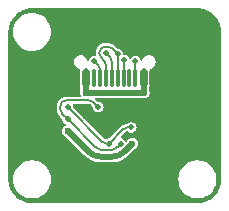
<source format=gbr>
%TF.GenerationSoftware,KiCad,Pcbnew,7.0.7*%
%TF.CreationDate,2024-01-09T13:38:50+07:00*%
%TF.ProjectId,Unified Daughterboard,556e6966-6965-4642-9044-617567687465,rev?*%
%TF.SameCoordinates,Original*%
%TF.FileFunction,Copper,L2,Bot*%
%TF.FilePolarity,Positive*%
%FSLAX46Y46*%
G04 Gerber Fmt 4.6, Leading zero omitted, Abs format (unit mm)*
G04 Created by KiCad (PCBNEW 7.0.7) date 2024-01-09 13:38:50*
%MOMM*%
%LPD*%
G01*
G04 APERTURE LIST*
G04 Aperture macros list*
%AMRoundRect*
0 Rectangle with rounded corners*
0 $1 Rounding radius*
0 $2 $3 $4 $5 $6 $7 $8 $9 X,Y pos of 4 corners*
0 Add a 4 corners polygon primitive as box body*
4,1,4,$2,$3,$4,$5,$6,$7,$8,$9,$2,$3,0*
0 Add four circle primitives for the rounded corners*
1,1,$1+$1,$2,$3*
1,1,$1+$1,$4,$5*
1,1,$1+$1,$6,$7*
1,1,$1+$1,$8,$9*
0 Add four rect primitives between the rounded corners*
20,1,$1+$1,$2,$3,$4,$5,0*
20,1,$1+$1,$4,$5,$6,$7,0*
20,1,$1+$1,$6,$7,$8,$9,0*
20,1,$1+$1,$8,$9,$2,$3,0*%
G04 Aperture macros list end*
%TA.AperFunction,ComponentPad*%
%ADD10C,3.500001*%
%TD*%
%TA.AperFunction,ComponentPad*%
%ADD11O,1.100000X2.200000*%
%TD*%
%TA.AperFunction,ComponentPad*%
%ADD12O,1.300000X1.900000*%
%TD*%
%TA.AperFunction,SMDPad,CuDef*%
%ADD13RoundRect,0.150000X-0.150000X-0.575000X0.150000X-0.575000X0.150000X0.575000X-0.150000X0.575000X0*%
%TD*%
%TA.AperFunction,SMDPad,CuDef*%
%ADD14RoundRect,0.075000X-0.075000X-0.650000X0.075000X-0.650000X0.075000X0.650000X-0.075000X0.650000X0*%
%TD*%
%TA.AperFunction,ViaPad*%
%ADD15C,0.450000*%
%TD*%
%TA.AperFunction,ViaPad*%
%ADD16C,0.600000*%
%TD*%
%TA.AperFunction,ViaPad*%
%ADD17C,0.500000*%
%TD*%
%TA.AperFunction,Conductor*%
%ADD18C,0.500000*%
%TD*%
%TA.AperFunction,Conductor*%
%ADD19C,0.200000*%
%TD*%
G04 APERTURE END LIST*
D10*
%TO.P,MH2,1,Pin_1*%
%TO.N,GNDPWR*%
X104000000Y-57500000D03*
%TD*%
D11*
%TO.P,J1,S,SHIELD*%
%TO.N,GNDPWR*%
X101298000Y-60600000D03*
D12*
X101298000Y-56400000D03*
D11*
X92698000Y-60600000D03*
D12*
X92698000Y-56400000D03*
%TD*%
D13*
%TO.P,J2,A1,GND*%
%TO.N,GNDPWR*%
X93748000Y-61375500D03*
%TO.P,J2,A4,VBUS*%
%TO.N,VBUS*%
X94548000Y-61375500D03*
D14*
%TO.P,J2,A5,CC1*%
%TO.N,CC2*%
X95748000Y-61375500D03*
%TO.P,J2,A6,D+*%
%TO.N,DA+*%
X96744000Y-61375500D03*
%TO.P,J2,A7,D-*%
%TO.N,DA-*%
X97248000Y-61375500D03*
%TO.P,J2,A8,SBU1*%
%TO.N,unconnected-(J2-SBU1-PadA8)*%
X98248000Y-61375500D03*
D13*
%TO.P,J2,B1,GND*%
%TO.N,GNDPWR*%
X100248000Y-61375500D03*
%TO.P,J2,B4,VBUS*%
%TO.N,VBUS*%
X99448000Y-61375500D03*
D14*
%TO.P,J2,B5,CC2*%
%TO.N,CC1*%
X98748000Y-61375500D03*
%TO.P,J2,B6,D+*%
%TO.N,DA+*%
X97748000Y-61375500D03*
%TO.P,J2,B7,D-*%
%TO.N,DA-*%
X96248000Y-61375500D03*
%TO.P,J2,B8,SBU2*%
%TO.N,unconnected-(J2-SBU2-PadB8)*%
X95248000Y-61375500D03*
D12*
%TO.P,J2,S,SHIELD*%
%TO.N,GNDPWR*%
X92698000Y-56400500D03*
D11*
X92698000Y-60600500D03*
D12*
X101298000Y-56400500D03*
D11*
X101298000Y-60600500D03*
%TD*%
D15*
%TO.N,GNDPWR*%
X97000000Y-64600000D03*
D16*
X99400000Y-64600000D03*
X94600000Y-64600000D03*
%TO.N,VBUS*%
X94548000Y-62648000D03*
X99448000Y-62648000D03*
D17*
%TO.N,CC1*%
X98748000Y-59980000D03*
%TO.N,DA+*%
X96248000Y-59301516D03*
X97797500Y-59881000D03*
X97500000Y-66975000D03*
X93023000Y-64900000D03*
X95598000Y-63880000D03*
%TO.N,DA-*%
X97248000Y-59378623D03*
X93023000Y-63900000D03*
X98400000Y-65600000D03*
X96500000Y-66975000D03*
%TO.N,CC2*%
X95248000Y-59980000D03*
D16*
%TO.N,GND*%
X93023000Y-65900000D03*
X98500000Y-66975000D03*
%TD*%
D18*
%TO.N,VBUS*%
X94548000Y-60825000D02*
X94548000Y-62648000D01*
X99448000Y-60825000D02*
X99448000Y-62648000D01*
X94548000Y-62648000D02*
X99448000Y-62648000D01*
D19*
%TO.N,CC1*%
X98748000Y-59980000D02*
X98748000Y-60825500D01*
%TO.N,DA+*%
X92544446Y-64421446D02*
X93023000Y-64900000D01*
X96062214Y-67525000D02*
X96535786Y-67525000D01*
X95598000Y-63880000D02*
X95164446Y-63446446D01*
X96744000Y-60004623D02*
X96744000Y-60825500D01*
X97242893Y-67232107D02*
X97500000Y-66975000D01*
X94810893Y-63300000D02*
X92898000Y-63300000D01*
X96248000Y-59301516D02*
X96597554Y-59651070D01*
X97748000Y-60825500D02*
X97748000Y-59881000D01*
X93023000Y-64900000D02*
X95355107Y-67232107D01*
X92398000Y-63800000D02*
X92398000Y-64067893D01*
X95164449Y-63446443D02*
G75*
G03*
X94810893Y-63300000I-353549J-353557D01*
G01*
X96743983Y-60004623D02*
G75*
G03*
X96597553Y-59651071I-499983J23D01*
G01*
X96535786Y-67524990D02*
G75*
G03*
X97242893Y-67232107I14J999990D01*
G01*
X92898000Y-63300000D02*
G75*
G03*
X92398000Y-63800000I0J-500000D01*
G01*
X92398005Y-64067893D02*
G75*
G03*
X92544446Y-64421446I499995J-7D01*
G01*
X95355100Y-67232114D02*
G75*
G03*
X96062214Y-67525000I707100J707114D01*
G01*
%TO.N,DA-*%
X96305107Y-66975000D02*
X96500000Y-66975000D01*
X96248000Y-60286441D02*
X96248000Y-60825500D01*
X96413786Y-58751516D02*
X96198000Y-58751516D01*
X93023000Y-63900000D02*
X95951554Y-66828554D01*
X98082107Y-65600000D02*
X98400000Y-65600000D01*
X97248000Y-59378623D02*
X96767339Y-58897962D01*
X97248000Y-59378623D02*
X97248000Y-60825500D01*
X95698000Y-59251516D02*
X95698000Y-59322227D01*
X96500000Y-66975000D02*
X97728554Y-65746446D01*
X95844447Y-59675781D02*
X96101554Y-59932888D01*
X95697981Y-59322227D02*
G75*
G03*
X95844447Y-59675781I500019J27D01*
G01*
X98082107Y-65600005D02*
G75*
G03*
X97728554Y-65746446I-7J-499995D01*
G01*
X96198000Y-58751500D02*
G75*
G03*
X95698000Y-59251516I0J-500000D01*
G01*
X96247971Y-60286441D02*
G75*
G03*
X96101554Y-59932888I-499971J41D01*
G01*
X95951551Y-66828557D02*
G75*
G03*
X96305107Y-66975000I353549J353557D01*
G01*
X96767343Y-58897958D02*
G75*
G03*
X96413786Y-58751516I-353543J-353542D01*
G01*
%TO.N,CC2*%
X95748000Y-60687107D02*
X95748000Y-60825500D01*
X95248000Y-59980000D02*
X95601554Y-60333554D01*
X95747995Y-60687107D02*
G75*
G03*
X95601554Y-60333554I-499995J7D01*
G01*
D18*
%TO.N,GND*%
X95819320Y-68075000D02*
X96778680Y-68075000D01*
X97839340Y-67635660D02*
X98500000Y-66975000D01*
X93023000Y-65900000D02*
X94758660Y-67635660D01*
X94758650Y-67635670D02*
G75*
G03*
X95819320Y-68075000I1060650J1060670D01*
G01*
X96778680Y-68074985D02*
G75*
G03*
X97839340Y-67635660I20J1499985D01*
G01*
%TD*%
%TA.AperFunction,Conductor*%
%TO.N,GNDPWR*%
G36*
X104001212Y-55500579D02*
G01*
X104083743Y-55505988D01*
X104266975Y-55519094D01*
X104271614Y-55519719D01*
X104389441Y-55543157D01*
X104535023Y-55574826D01*
X104539084Y-55575954D01*
X104614638Y-55601602D01*
X104659424Y-55616805D01*
X104792909Y-55666592D01*
X104796380Y-55668091D01*
X104912631Y-55725420D01*
X104912952Y-55725578D01*
X105035869Y-55792696D01*
X105038724Y-55794423D01*
X105147176Y-55866889D01*
X105148820Y-55868052D01*
X105259396Y-55950828D01*
X105261653Y-55952658D01*
X105307332Y-55992718D01*
X105360104Y-56038997D01*
X105361884Y-56040664D01*
X105459333Y-56138113D01*
X105461001Y-56139894D01*
X105547338Y-56238343D01*
X105549170Y-56240602D01*
X105631946Y-56351178D01*
X105633109Y-56352822D01*
X105705564Y-56461257D01*
X105707302Y-56464128D01*
X105774421Y-56587047D01*
X105831903Y-56703609D01*
X105833411Y-56707101D01*
X105883195Y-56840575D01*
X105924041Y-56960906D01*
X105925178Y-56965000D01*
X105936430Y-57016725D01*
X105956847Y-57110580D01*
X105980279Y-57228383D01*
X105980906Y-57233040D01*
X105994017Y-57416351D01*
X105999419Y-57498772D01*
X105999500Y-57501231D01*
X105999500Y-69998768D01*
X105999419Y-70001227D01*
X105994017Y-70083648D01*
X105980906Y-70266958D01*
X105980279Y-70271615D01*
X105956847Y-70389419D01*
X105925179Y-70534995D01*
X105924041Y-70539092D01*
X105883195Y-70659424D01*
X105833411Y-70792897D01*
X105831903Y-70796389D01*
X105774421Y-70912952D01*
X105707302Y-71035870D01*
X105705564Y-71038741D01*
X105633109Y-71147176D01*
X105631946Y-71148820D01*
X105549170Y-71259396D01*
X105547338Y-71261655D01*
X105461001Y-71360104D01*
X105459319Y-71361900D01*
X105361900Y-71459319D01*
X105360104Y-71461001D01*
X105261655Y-71547338D01*
X105259396Y-71549170D01*
X105148820Y-71631946D01*
X105147176Y-71633109D01*
X105038741Y-71705564D01*
X105035870Y-71707302D01*
X104912952Y-71774421D01*
X104796389Y-71831903D01*
X104792897Y-71833411D01*
X104659424Y-71883195D01*
X104539092Y-71924041D01*
X104534995Y-71925179D01*
X104389419Y-71956847D01*
X104271615Y-71980279D01*
X104266958Y-71980906D01*
X104083648Y-71994017D01*
X104001227Y-71999419D01*
X103998768Y-71999500D01*
X90001232Y-71999500D01*
X89998773Y-71999419D01*
X89916351Y-71994017D01*
X89733040Y-71980906D01*
X89728383Y-71980279D01*
X89610580Y-71956847D01*
X89516725Y-71936430D01*
X89465000Y-71925178D01*
X89460906Y-71924041D01*
X89360978Y-71890120D01*
X89340575Y-71883195D01*
X89299930Y-71868034D01*
X89207101Y-71833411D01*
X89203609Y-71831903D01*
X89087047Y-71774421D01*
X88964128Y-71707302D01*
X88961263Y-71705567D01*
X88903429Y-71666924D01*
X88852822Y-71633109D01*
X88851178Y-71631946D01*
X88740602Y-71549170D01*
X88738343Y-71547338D01*
X88639894Y-71461001D01*
X88638113Y-71459333D01*
X88540664Y-71361884D01*
X88538997Y-71360104D01*
X88490957Y-71305325D01*
X88452658Y-71261653D01*
X88450828Y-71259396D01*
X88368052Y-71148820D01*
X88366889Y-71147176D01*
X88344590Y-71113803D01*
X88294423Y-71038724D01*
X88292696Y-71035869D01*
X88225578Y-70912952D01*
X88212630Y-70886697D01*
X88168091Y-70796380D01*
X88166592Y-70792909D01*
X88116805Y-70659424D01*
X88075957Y-70539092D01*
X88074826Y-70535023D01*
X88043157Y-70389441D01*
X88019719Y-70271614D01*
X88019094Y-70266975D01*
X88005991Y-70083779D01*
X88000579Y-70001213D01*
X88000539Y-70000002D01*
X88386526Y-70000002D01*
X88406390Y-70252400D01*
X88406392Y-70252410D01*
X88465491Y-70498581D01*
X88465492Y-70498582D01*
X88465493Y-70498586D01*
X88465495Y-70498591D01*
X88562384Y-70732502D01*
X88656875Y-70886697D01*
X88694671Y-70948374D01*
X88694674Y-70948379D01*
X88859101Y-71140898D01*
X89051620Y-71305325D01*
X89051624Y-71305328D01*
X89267498Y-71437616D01*
X89501409Y-71534505D01*
X89501416Y-71534506D01*
X89501417Y-71534507D01*
X89501418Y-71534508D01*
X89717194Y-71586310D01*
X89747597Y-71593609D01*
X89936801Y-71608500D01*
X89936802Y-71608500D01*
X90063198Y-71608500D01*
X90063199Y-71608500D01*
X90252403Y-71593609D01*
X90338012Y-71573056D01*
X90498581Y-71534508D01*
X90498581Y-71534507D01*
X90498591Y-71534505D01*
X90732502Y-71437616D01*
X90948376Y-71305328D01*
X91140898Y-71140898D01*
X91305328Y-70948376D01*
X91437616Y-70732502D01*
X91534505Y-70498591D01*
X91534507Y-70498581D01*
X91534508Y-70498581D01*
X91573056Y-70338012D01*
X91593609Y-70252403D01*
X91606899Y-70083539D01*
X91613474Y-70000002D01*
X102386526Y-70000002D01*
X102406390Y-70252400D01*
X102406392Y-70252410D01*
X102465491Y-70498581D01*
X102465492Y-70498582D01*
X102465493Y-70498586D01*
X102465495Y-70498591D01*
X102562384Y-70732502D01*
X102656875Y-70886697D01*
X102694671Y-70948374D01*
X102694674Y-70948379D01*
X102859101Y-71140898D01*
X103051620Y-71305325D01*
X103051624Y-71305328D01*
X103267498Y-71437616D01*
X103501409Y-71534505D01*
X103501416Y-71534506D01*
X103501417Y-71534507D01*
X103501418Y-71534508D01*
X103717194Y-71586310D01*
X103747597Y-71593609D01*
X103936801Y-71608500D01*
X103936802Y-71608500D01*
X104063198Y-71608500D01*
X104063199Y-71608500D01*
X104252403Y-71593609D01*
X104338012Y-71573056D01*
X104498581Y-71534508D01*
X104498581Y-71534507D01*
X104498591Y-71534505D01*
X104732502Y-71437616D01*
X104948376Y-71305328D01*
X105140898Y-71140898D01*
X105305328Y-70948376D01*
X105437616Y-70732502D01*
X105534505Y-70498591D01*
X105534507Y-70498581D01*
X105534508Y-70498581D01*
X105573056Y-70338012D01*
X105593609Y-70252403D01*
X105606899Y-70083539D01*
X105613474Y-70000002D01*
X105613474Y-69999997D01*
X105593609Y-69747599D01*
X105593607Y-69747589D01*
X105534508Y-69501418D01*
X105534507Y-69501417D01*
X105534506Y-69501416D01*
X105534505Y-69501409D01*
X105437616Y-69267498D01*
X105305328Y-69051624D01*
X105305325Y-69051620D01*
X105140898Y-68859101D01*
X104948379Y-68694674D01*
X104948374Y-68694671D01*
X104732502Y-68562384D01*
X104498591Y-68465495D01*
X104498586Y-68465493D01*
X104498582Y-68465492D01*
X104498581Y-68465491D01*
X104252410Y-68406392D01*
X104252400Y-68406390D01*
X104080870Y-68392890D01*
X104063199Y-68391500D01*
X103936801Y-68391500D01*
X103920638Y-68392772D01*
X103747599Y-68406390D01*
X103747589Y-68406392D01*
X103501418Y-68465491D01*
X103501417Y-68465492D01*
X103501410Y-68465494D01*
X103501409Y-68465495D01*
X103356544Y-68525500D01*
X103267498Y-68562384D01*
X103051625Y-68694671D01*
X103051620Y-68694674D01*
X102859101Y-68859101D01*
X102694674Y-69051620D01*
X102694671Y-69051625D01*
X102562384Y-69267498D01*
X102465492Y-69501417D01*
X102465491Y-69501418D01*
X102406392Y-69747589D01*
X102406390Y-69747599D01*
X102386526Y-69999997D01*
X102386526Y-70000002D01*
X91613474Y-70000002D01*
X91613474Y-69999997D01*
X91593609Y-69747599D01*
X91593607Y-69747589D01*
X91534508Y-69501418D01*
X91534507Y-69501417D01*
X91534506Y-69501416D01*
X91534505Y-69501409D01*
X91437616Y-69267498D01*
X91305328Y-69051624D01*
X91305325Y-69051620D01*
X91140898Y-68859101D01*
X90948379Y-68694674D01*
X90948374Y-68694671D01*
X90732502Y-68562384D01*
X90498591Y-68465495D01*
X90498586Y-68465493D01*
X90498582Y-68465492D01*
X90498581Y-68465491D01*
X90252410Y-68406392D01*
X90252400Y-68406390D01*
X90080870Y-68392890D01*
X90063199Y-68391500D01*
X89936801Y-68391500D01*
X89920638Y-68392772D01*
X89747599Y-68406390D01*
X89747589Y-68406392D01*
X89501418Y-68465491D01*
X89501417Y-68465492D01*
X89501410Y-68465494D01*
X89501409Y-68465495D01*
X89356544Y-68525500D01*
X89267498Y-68562384D01*
X89051625Y-68694671D01*
X89051620Y-68694674D01*
X88859101Y-68859101D01*
X88694674Y-69051620D01*
X88694671Y-69051625D01*
X88562384Y-69267498D01*
X88465492Y-69501417D01*
X88465491Y-69501418D01*
X88406392Y-69747589D01*
X88406390Y-69747599D01*
X88386526Y-69999997D01*
X88386526Y-70000002D01*
X88000539Y-70000002D01*
X88000499Y-69998799D01*
X88000499Y-64097232D01*
X92097500Y-64097232D01*
X92097504Y-64097329D01*
X92097504Y-64130892D01*
X92117213Y-64255333D01*
X92117214Y-64255339D01*
X92148132Y-64350500D01*
X92156148Y-64375170D01*
X92156152Y-64375182D01*
X92213345Y-64487434D01*
X92213348Y-64487438D01*
X92213350Y-64487442D01*
X92287411Y-64589380D01*
X92287414Y-64589383D01*
X92287414Y-64589384D01*
X92289600Y-64591569D01*
X92289622Y-64591594D01*
X92331958Y-64633929D01*
X92376188Y-64678160D01*
X92376191Y-64678162D01*
X92545841Y-64847812D01*
X92567581Y-64894432D01*
X92567805Y-64899566D01*
X92567867Y-64899998D01*
X92567867Y-64900000D01*
X92578559Y-64974370D01*
X92586303Y-65028228D01*
X92640117Y-65146062D01*
X92640119Y-65146065D01*
X92724948Y-65243964D01*
X92724952Y-65243968D01*
X92791068Y-65286457D01*
X92811368Y-65299504D01*
X92824010Y-65307628D01*
X92855163Y-65348561D01*
X92852715Y-65399943D01*
X92817813Y-65437730D01*
X92814604Y-65439290D01*
X92812947Y-65440047D01*
X92691874Y-65517855D01*
X92691872Y-65517856D01*
X92597624Y-65626624D01*
X92597622Y-65626627D01*
X92537835Y-65757540D01*
X92517353Y-65900000D01*
X92537835Y-66042459D01*
X92597622Y-66173372D01*
X92597624Y-66173375D01*
X92691872Y-66282143D01*
X92812947Y-66359953D01*
X92829235Y-66364735D01*
X92841109Y-66368222D01*
X92873098Y-66387202D01*
X94396752Y-67910855D01*
X94396762Y-67910866D01*
X94398172Y-67912276D01*
X94398173Y-67912277D01*
X94418074Y-67932178D01*
X94418093Y-67932218D01*
X94440100Y-67954225D01*
X94440101Y-67954225D01*
X94530501Y-68044623D01*
X94733352Y-68200272D01*
X94954784Y-68328113D01*
X95191009Y-68425957D01*
X95437984Y-68492131D01*
X95691483Y-68525502D01*
X95819326Y-68525500D01*
X96778674Y-68525500D01*
X96812442Y-68525500D01*
X96813698Y-68525500D01*
X96814083Y-68525485D01*
X96906516Y-68525487D01*
X97160014Y-68492116D01*
X97406986Y-68425943D01*
X97643209Y-68328100D01*
X97864640Y-68200260D01*
X98067489Y-68044611D01*
X98104798Y-68007301D01*
X98104816Y-68007287D01*
X98109876Y-68002226D01*
X98109878Y-68002226D01*
X98649904Y-67462198D01*
X98681887Y-67443222D01*
X98710053Y-67434953D01*
X98831128Y-67357143D01*
X98925377Y-67248373D01*
X98985165Y-67117457D01*
X99005647Y-66975000D01*
X98985165Y-66832543D01*
X98983169Y-66828173D01*
X98925377Y-66701627D01*
X98925375Y-66701624D01*
X98831127Y-66592856D01*
X98831125Y-66592855D01*
X98781550Y-66560995D01*
X98710053Y-66515047D01*
X98710052Y-66515046D01*
X98571963Y-66474500D01*
X98571961Y-66474500D01*
X98428039Y-66474500D01*
X98428036Y-66474500D01*
X98289948Y-66515046D01*
X98168874Y-66592855D01*
X98168873Y-66592856D01*
X98074622Y-66701628D01*
X98040920Y-66775423D01*
X98004836Y-66812084D01*
X97953629Y-66816972D01*
X97911259Y-66787802D01*
X97904112Y-66775423D01*
X97882882Y-66728937D01*
X97882880Y-66728934D01*
X97798051Y-66631035D01*
X97798047Y-66631031D01*
X97689068Y-66560995D01*
X97601266Y-66535215D01*
X97564772Y-66524500D01*
X97557018Y-66524500D01*
X97508680Y-66506907D01*
X97482960Y-66462358D01*
X97491893Y-66411700D01*
X97503844Y-66396126D01*
X97540017Y-66359953D01*
X97939301Y-65960668D01*
X97942988Y-65957436D01*
X97974503Y-65933256D01*
X97991500Y-65923443D01*
X98009593Y-65915948D01*
X98060982Y-65913704D01*
X98095204Y-65936180D01*
X98101949Y-65943965D01*
X98101952Y-65943968D01*
X98210930Y-66014004D01*
X98210931Y-66014004D01*
X98335228Y-66050500D01*
X98335229Y-66050500D01*
X98464771Y-66050500D01*
X98464772Y-66050500D01*
X98589069Y-66014004D01*
X98698049Y-65943967D01*
X98782882Y-65846063D01*
X98836697Y-65728226D01*
X98855133Y-65600000D01*
X98836697Y-65471774D01*
X98821149Y-65437730D01*
X98782882Y-65353937D01*
X98782880Y-65353934D01*
X98698051Y-65256035D01*
X98698047Y-65256031D01*
X98589068Y-65185995D01*
X98501267Y-65160215D01*
X98464772Y-65149500D01*
X98335228Y-65149500D01*
X98307016Y-65157783D01*
X98210931Y-65185995D01*
X98101953Y-65256031D01*
X98101948Y-65256035D01*
X98086773Y-65273549D01*
X98041823Y-65298559D01*
X98029941Y-65299504D01*
X98019107Y-65299504D01*
X97894666Y-65319213D01*
X97894657Y-65319215D01*
X97774829Y-65358148D01*
X97774817Y-65358152D01*
X97662565Y-65415345D01*
X97560619Y-65489412D01*
X97560611Y-65489418D01*
X97555789Y-65494240D01*
X97516071Y-65533958D01*
X97482416Y-65567612D01*
X97482414Y-65567614D01*
X97007570Y-66042459D01*
X96547555Y-66502474D01*
X96500935Y-66524214D01*
X96494381Y-66524500D01*
X96435228Y-66524500D01*
X96407016Y-66532783D01*
X96310931Y-66560995D01*
X96238959Y-66607248D01*
X96188783Y-66618580D01*
X96145130Y-66597159D01*
X93500159Y-63952188D01*
X93478419Y-63905568D01*
X93478194Y-63900434D01*
X93478132Y-63900004D01*
X93478133Y-63900000D01*
X93459697Y-63771774D01*
X93430088Y-63706940D01*
X93426011Y-63655662D01*
X93455849Y-63613760D01*
X93498492Y-63600500D01*
X94763300Y-63600500D01*
X94763303Y-63600501D01*
X94808428Y-63600500D01*
X94813340Y-63600822D01*
X94827547Y-63602691D01*
X94852720Y-63606005D01*
X94871677Y-63611084D01*
X94897225Y-63621667D01*
X94901505Y-63623440D01*
X94918503Y-63633254D01*
X94949995Y-63657418D01*
X94953684Y-63660654D01*
X95120842Y-63827813D01*
X95142581Y-63874431D01*
X95142805Y-63879567D01*
X95161303Y-64008228D01*
X95215117Y-64126062D01*
X95215119Y-64126065D01*
X95299948Y-64223964D01*
X95299952Y-64223968D01*
X95408930Y-64294004D01*
X95408931Y-64294004D01*
X95533228Y-64330500D01*
X95533229Y-64330500D01*
X95662771Y-64330500D01*
X95662772Y-64330500D01*
X95787069Y-64294004D01*
X95896049Y-64223967D01*
X95980882Y-64126063D01*
X96034697Y-64008226D01*
X96053133Y-63880000D01*
X96034697Y-63751774D01*
X95980882Y-63633937D01*
X95980880Y-63633934D01*
X95896051Y-63536035D01*
X95896047Y-63536031D01*
X95787068Y-63465995D01*
X95699266Y-63440215D01*
X95662772Y-63429500D01*
X95662771Y-63429500D01*
X95603619Y-63429500D01*
X95555281Y-63411907D01*
X95550445Y-63407474D01*
X95414875Y-63271904D01*
X95414863Y-63271890D01*
X95401202Y-63258229D01*
X95401196Y-63258217D01*
X95369853Y-63226875D01*
X95348113Y-63180255D01*
X95361426Y-63130568D01*
X95403563Y-63101063D01*
X95423027Y-63098500D01*
X99201157Y-63098500D01*
X99232190Y-63107614D01*
X99233056Y-63105720D01*
X99237944Y-63107952D01*
X99237946Y-63107952D01*
X99237947Y-63107953D01*
X99376039Y-63148500D01*
X99376042Y-63148500D01*
X99519958Y-63148500D01*
X99519961Y-63148500D01*
X99658053Y-63107953D01*
X99779128Y-63030143D01*
X99873377Y-62921373D01*
X99933165Y-62790457D01*
X99953647Y-62648000D01*
X99933165Y-62505543D01*
X99905296Y-62444519D01*
X99898500Y-62413279D01*
X99898500Y-62151261D01*
X99906141Y-62118233D01*
X99938573Y-62051893D01*
X99948500Y-61983760D01*
X99948500Y-60767240D01*
X99948498Y-60767229D01*
X99946459Y-60753237D01*
X99938729Y-60700180D01*
X99949169Y-60649813D01*
X99989543Y-60617938D01*
X100003320Y-60614783D01*
X100038236Y-60610187D01*
X100178233Y-60552198D01*
X100298451Y-60459951D01*
X100390698Y-60339733D01*
X100448687Y-60199736D01*
X100468466Y-60049500D01*
X100468466Y-60049497D01*
X100468466Y-60049002D01*
X100468466Y-60049000D01*
X100448687Y-59898764D01*
X100390698Y-59758767D01*
X100373926Y-59736909D01*
X100298451Y-59638548D01*
X100178236Y-59546304D01*
X100178235Y-59546303D01*
X100178233Y-59546302D01*
X100087734Y-59508816D01*
X100038237Y-59488313D01*
X100010106Y-59484609D01*
X99925720Y-59473500D01*
X99850280Y-59473500D01*
X99782770Y-59482387D01*
X99737762Y-59488313D01*
X99641754Y-59528082D01*
X99597767Y-59546302D01*
X99597766Y-59546302D01*
X99597763Y-59546304D01*
X99477548Y-59638548D01*
X99385304Y-59758763D01*
X99331360Y-59888994D01*
X99296607Y-59926919D01*
X99245607Y-59933633D01*
X99202224Y-59905995D01*
X99187449Y-59870918D01*
X99184697Y-59851775D01*
X99184697Y-59851774D01*
X99148982Y-59773571D01*
X99130882Y-59733937D01*
X99130880Y-59733934D01*
X99046051Y-59636035D01*
X99046047Y-59636031D01*
X98937068Y-59565995D01*
X98838434Y-59537035D01*
X98812772Y-59529500D01*
X98683228Y-59529500D01*
X98680623Y-59530265D01*
X98558931Y-59565995D01*
X98449952Y-59636031D01*
X98449948Y-59636035D01*
X98365119Y-59733934D01*
X98365115Y-59733940D01*
X98363758Y-59736913D01*
X98327672Y-59773571D01*
X98276465Y-59778457D01*
X98234097Y-59749285D01*
X98226952Y-59736909D01*
X98180382Y-59634937D01*
X98180380Y-59634934D01*
X98095551Y-59537035D01*
X98095547Y-59537031D01*
X97986568Y-59466995D01*
X97898766Y-59441215D01*
X97862272Y-59430500D01*
X97775753Y-59430500D01*
X97727415Y-59412907D01*
X97701695Y-59368358D01*
X97701318Y-59366002D01*
X97695838Y-59327886D01*
X97684697Y-59250397D01*
X97649203Y-59172678D01*
X97630882Y-59132560D01*
X97630880Y-59132557D01*
X97546051Y-59034658D01*
X97546047Y-59034654D01*
X97437068Y-58964618D01*
X97345103Y-58937616D01*
X97312772Y-58928123D01*
X97312771Y-58928123D01*
X97253619Y-58928123D01*
X97205281Y-58910530D01*
X97200445Y-58906097D01*
X96999675Y-58705327D01*
X96999668Y-58705312D01*
X96935286Y-58640930D01*
X96935274Y-58640920D01*
X96833344Y-58566864D01*
X96833335Y-58566859D01*
X96721069Y-58509659D01*
X96721068Y-58509658D01*
X96601231Y-58470722D01*
X96476784Y-58451015D01*
X96476779Y-58451015D01*
X96413778Y-58451016D01*
X96229165Y-58451016D01*
X96229121Y-58451000D01*
X96198000Y-58451000D01*
X96119156Y-58451000D01*
X96119154Y-58451000D01*
X95964500Y-58481763D01*
X95818813Y-58542110D01*
X95687702Y-58629717D01*
X95576202Y-58741221D01*
X95488598Y-58872335D01*
X95488596Y-58872339D01*
X95428259Y-59018017D01*
X95428254Y-59018030D01*
X95397498Y-59172678D01*
X95397498Y-59172681D01*
X95397500Y-59250397D01*
X95397500Y-59269142D01*
X95397497Y-59269184D01*
X95397498Y-59291075D01*
X95397479Y-59291127D01*
X95397484Y-59385239D01*
X95397485Y-59385242D01*
X95406986Y-59445213D01*
X95397173Y-59495708D01*
X95357198Y-59528082D01*
X95318278Y-59528981D01*
X95318094Y-59530265D01*
X95312774Y-59529500D01*
X95312772Y-59529500D01*
X95183228Y-59529500D01*
X95180623Y-59530265D01*
X95058931Y-59565995D01*
X94949952Y-59636031D01*
X94949948Y-59636035D01*
X94865119Y-59733934D01*
X94865117Y-59733937D01*
X94811303Y-59851771D01*
X94811302Y-59851775D01*
X94808549Y-59870921D01*
X94784254Y-59916262D01*
X94736498Y-59935378D01*
X94687627Y-59919325D01*
X94664641Y-59888997D01*
X94610698Y-59758767D01*
X94593926Y-59736909D01*
X94518451Y-59638548D01*
X94398236Y-59546304D01*
X94398235Y-59546303D01*
X94398233Y-59546302D01*
X94307734Y-59508816D01*
X94258237Y-59488313D01*
X94230106Y-59484609D01*
X94145720Y-59473500D01*
X94070280Y-59473500D01*
X94002770Y-59482387D01*
X93957762Y-59488313D01*
X93861754Y-59528082D01*
X93817767Y-59546302D01*
X93817766Y-59546302D01*
X93817763Y-59546304D01*
X93697548Y-59638548D01*
X93605304Y-59758763D01*
X93547313Y-59898762D01*
X93547312Y-59898764D01*
X93547313Y-59898764D01*
X93527534Y-60049000D01*
X93527534Y-60049001D01*
X93527532Y-60049019D01*
X93527533Y-60049443D01*
X93527532Y-60049489D01*
X93547313Y-60199737D01*
X93561091Y-60233000D01*
X93605302Y-60339733D01*
X93605303Y-60339735D01*
X93605304Y-60339736D01*
X93697548Y-60459951D01*
X93767052Y-60513283D01*
X93817767Y-60552198D01*
X93957764Y-60610187D01*
X93992673Y-60614782D01*
X94038299Y-60638535D01*
X94057984Y-60686059D01*
X94057270Y-60700181D01*
X94047500Y-60767229D01*
X94047500Y-61983768D01*
X94057427Y-62051892D01*
X94089859Y-62118233D01*
X94097500Y-62151261D01*
X94097500Y-62413279D01*
X94090704Y-62444519D01*
X94062835Y-62505540D01*
X94042353Y-62648000D01*
X94062835Y-62790459D01*
X94109693Y-62893060D01*
X94113770Y-62944338D01*
X94083932Y-62986240D01*
X94041289Y-62999500D01*
X92819156Y-62999500D01*
X92664501Y-63030263D01*
X92664499Y-63030264D01*
X92518822Y-63090605D01*
X92387708Y-63178213D01*
X92387705Y-63178215D01*
X92276215Y-63289705D01*
X92276213Y-63289708D01*
X92188605Y-63420822D01*
X92128264Y-63566499D01*
X92128263Y-63566501D01*
X92097500Y-63721156D01*
X92097500Y-64097232D01*
X88000499Y-64097232D01*
X88000499Y-57501230D01*
X88000539Y-57500002D01*
X88386526Y-57500002D01*
X88406390Y-57752400D01*
X88406392Y-57752410D01*
X88465491Y-57998581D01*
X88465492Y-57998582D01*
X88465493Y-57998586D01*
X88465495Y-57998591D01*
X88562384Y-58232502D01*
X88694671Y-58448374D01*
X88694674Y-58448379D01*
X88859101Y-58640898D01*
X89051620Y-58805325D01*
X89051624Y-58805328D01*
X89267498Y-58937616D01*
X89501409Y-59034505D01*
X89501416Y-59034506D01*
X89501417Y-59034507D01*
X89501418Y-59034508D01*
X89726316Y-59088500D01*
X89747597Y-59093609D01*
X89936801Y-59108500D01*
X89936802Y-59108500D01*
X90063198Y-59108500D01*
X90063199Y-59108500D01*
X90252403Y-59093609D01*
X90338012Y-59073056D01*
X90498581Y-59034508D01*
X90498581Y-59034507D01*
X90498591Y-59034505D01*
X90732502Y-58937616D01*
X90948376Y-58805328D01*
X91140898Y-58640898D01*
X91305328Y-58448376D01*
X91437616Y-58232502D01*
X91534505Y-57998591D01*
X91534507Y-57998581D01*
X91534508Y-57998581D01*
X91593607Y-57752410D01*
X91593609Y-57752403D01*
X91613474Y-57500000D01*
X91613377Y-57498772D01*
X91593609Y-57247599D01*
X91593607Y-57247589D01*
X91534508Y-57001418D01*
X91534507Y-57001417D01*
X91534506Y-57001416D01*
X91534505Y-57001409D01*
X91437616Y-56767498D01*
X91305328Y-56551624D01*
X91305325Y-56551620D01*
X91140898Y-56359101D01*
X90948379Y-56194674D01*
X90948374Y-56194671D01*
X90921413Y-56178149D01*
X90732502Y-56062384D01*
X90498591Y-55965495D01*
X90498586Y-55965493D01*
X90498582Y-55965492D01*
X90498581Y-55965491D01*
X90252410Y-55906392D01*
X90252400Y-55906390D01*
X90080870Y-55892890D01*
X90063199Y-55891500D01*
X89936801Y-55891500D01*
X89920638Y-55892772D01*
X89747599Y-55906390D01*
X89747589Y-55906392D01*
X89501418Y-55965491D01*
X89501417Y-55965492D01*
X89501410Y-55965494D01*
X89501409Y-55965495D01*
X89435687Y-55992718D01*
X89267498Y-56062384D01*
X89051625Y-56194671D01*
X89051620Y-56194674D01*
X88859101Y-56359101D01*
X88694674Y-56551620D01*
X88694671Y-56551625D01*
X88672959Y-56587056D01*
X88562384Y-56767498D01*
X88482273Y-56960905D01*
X88465492Y-57001417D01*
X88465491Y-57001418D01*
X88406392Y-57247589D01*
X88406390Y-57247599D01*
X88386526Y-57499997D01*
X88386526Y-57500002D01*
X88000539Y-57500002D01*
X88000580Y-57498771D01*
X88005974Y-57416466D01*
X88019094Y-57233022D01*
X88019720Y-57228383D01*
X88043155Y-57110567D01*
X88074828Y-56964967D01*
X88075950Y-56960929D01*
X88116807Y-56840568D01*
X88166597Y-56707076D01*
X88168080Y-56703640D01*
X88225583Y-56587036D01*
X88292703Y-56464116D01*
X88294410Y-56461295D01*
X88366918Y-56352780D01*
X88368034Y-56351202D01*
X88450847Y-56240577D01*
X88452636Y-56238371D01*
X88539030Y-56139858D01*
X88540634Y-56138145D01*
X88638145Y-56040634D01*
X88639858Y-56039030D01*
X88738371Y-55952636D01*
X88740577Y-55950847D01*
X88851202Y-55868034D01*
X88852780Y-55866918D01*
X88961295Y-55794410D01*
X88964116Y-55792703D01*
X89087036Y-55725583D01*
X89203640Y-55668080D01*
X89207076Y-55666597D01*
X89340546Y-55616815D01*
X89460929Y-55575950D01*
X89464967Y-55574828D01*
X89610567Y-55543155D01*
X89728389Y-55519719D01*
X89733020Y-55519094D01*
X89916208Y-55505991D01*
X89998787Y-55500579D01*
X90001231Y-55500500D01*
X103998769Y-55500500D01*
X104001212Y-55500579D01*
G37*
%TD.AperFunction*%
%TD*%
M02*

</source>
